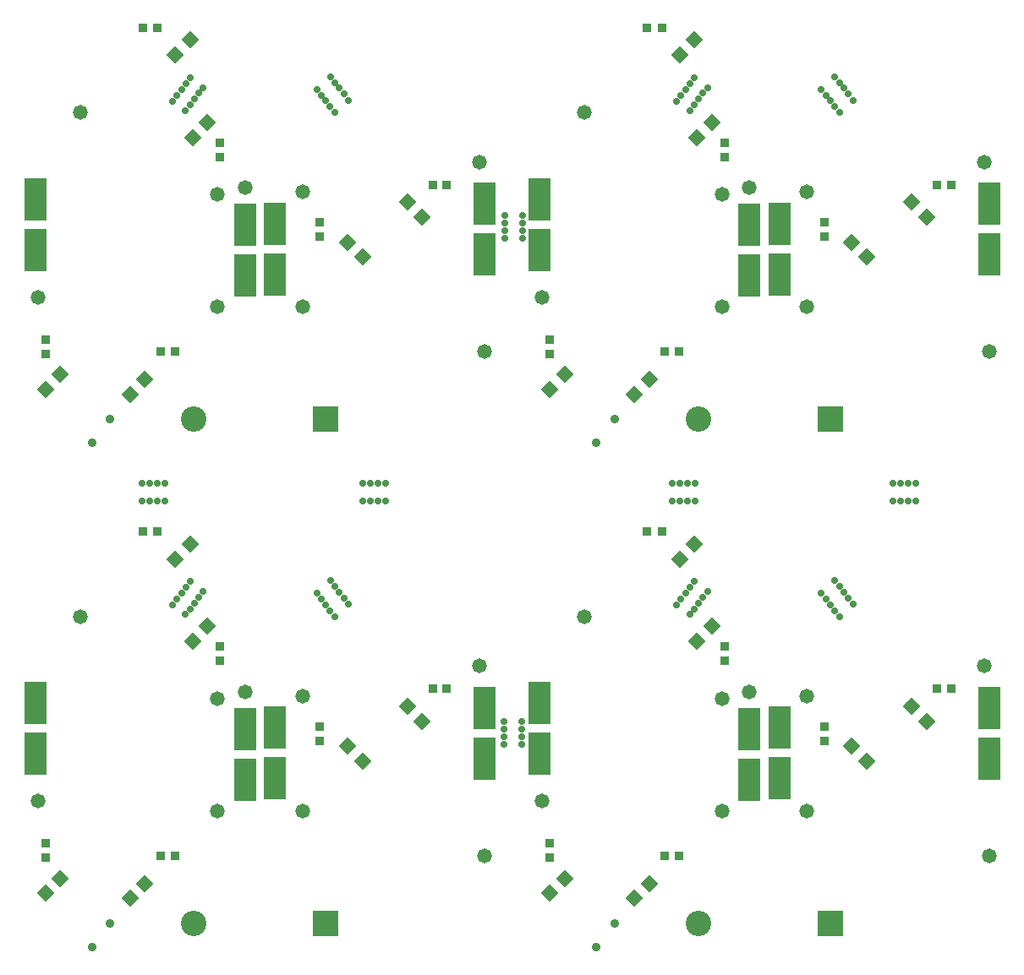
<source format=gbs>
%FSTAX23Y23*%
%MOIN*%
%SFA1B1*%

%IPPOS*%
%AMD15*
4,1,4,0.000000,0.033400,-0.033400,0.000000,0.000000,-0.033400,0.033400,0.000000,0.000000,0.033400,0.0*
%
%AMD16*
4,1,4,-0.033400,0.000000,0.000000,-0.033400,0.033400,0.000000,0.000000,0.033400,-0.033400,0.000000,0.0*
%
%ADD13R,0.037880X0.036810*%
G04~CAMADD=15~10~0.0~472.4~0.0~0.0~0.0~0.0~0~0.0~0.0~0.0~0.0~0~0.0~0.0~0.0~0.0~0~0.0~0.0~0.0~405.0~472.4~0.0*
%ADD15D15*%
G04~CAMADD=16~10~0.0~472.4~0.0~0.0~0.0~0.0~0~0.0~0.0~0.0~0.0~0~0.0~0.0~0.0~0.0~0~0.0~0.0~0.0~135.0~472.4~0.0*
%ADD16D16*%
%ADD17R,0.036810X0.037880*%
%ADD23C,0.035430*%
%ADD28R,0.086740X0.165480*%
%ADD29C,0.027690*%
%ADD30C,0.100520*%
%ADD31R,0.100520X0.100520*%
%ADD32C,0.058000*%
%LNpcb_panel_v3-1*%
%LPD*%
G54D13*
X01098Y01551D03*
Y01494D03*
X02181Y02012D03*
Y01956D03*
X01787Y02271D03*
Y02327D03*
X03086Y01551D03*
Y01494D03*
X04169Y02012D03*
Y01956D03*
X03775Y02271D03*
Y02327D03*
X01098Y03539D03*
Y03483D03*
X02181Y04D03*
Y03944D03*
X01787Y04259D03*
Y04315D03*
X03086Y03539D03*
Y03483D03*
X04169Y04D03*
Y03944D03*
X03775Y04259D03*
Y04315D03*
G54D15*
X02525Y02092D03*
X02584Y02033D03*
X02289Y01934D03*
X02348Y01876D03*
X04514Y02092D03*
X04572Y02033D03*
X04277Y01934D03*
X04336Y01876D03*
X02525Y0408D03*
X02584Y04021D03*
X02289Y03922D03*
X02348Y03864D03*
X04514Y0408D03*
X04572Y04021D03*
X04277Y03922D03*
X04336Y03864D03*
G54D16*
X01433Y01334D03*
X01491Y01393D03*
X01099Y01354D03*
X01157Y01413D03*
X01669Y02731D03*
X0161Y02673D03*
X01679Y02348D03*
X01737Y02407D03*
X03421Y01334D03*
X0348Y01393D03*
X03087Y01354D03*
X03145Y01413D03*
X03657Y02731D03*
X03598Y02673D03*
X03667Y02348D03*
X03726Y02407D03*
X01433Y03323D03*
X01491Y03381D03*
X01099Y03343D03*
X01157Y03401D03*
X01669Y0472D03*
X0161Y04661D03*
X01679Y04336D03*
X01737Y04395D03*
X03421Y03323D03*
X0348Y03381D03*
X03087Y03343D03*
X03145Y03401D03*
X03657Y0472D03*
X03598Y04661D03*
X03667Y04336D03*
X03726Y04395D03*
G54D17*
X01608Y01501D03*
X01552D03*
X01483Y02781D03*
X01539D03*
X02681Y02161D03*
X02625D03*
X03597Y01501D03*
X0354D03*
X03471Y02781D03*
X03528D03*
X04669Y02161D03*
X04613D03*
X01608Y0349D03*
X01552D03*
X01483Y04769D03*
X01539D03*
X02681Y04149D03*
X02625D03*
X03597Y0349D03*
X0354D03*
X03471Y04769D03*
X03528D03*
X04669Y04149D03*
X04613D03*
G54D23*
X01354Y01236D03*
X01283Y01141D03*
X03342Y01236D03*
X03271Y01141D03*
X01354Y03224D03*
X01283Y0313D03*
X03342Y03224D03*
X03271Y0313D03*
G54D28*
X01059Y02105D03*
Y01905D03*
X0283Y02085D03*
Y01885D03*
X01885Y01803D03*
Y02003D03*
X02003Y01807D03*
Y02007D03*
X03047Y02105D03*
Y01905D03*
X04818Y02085D03*
Y01885D03*
X03874Y01803D03*
Y02003D03*
X03992Y01807D03*
Y02007D03*
X01059Y04093D03*
Y03893D03*
X0283Y04074D03*
Y03874D03*
X01885Y03792D03*
Y03992D03*
X02003Y03795D03*
Y03995D03*
X03047Y04093D03*
Y03893D03*
X04818Y04074D03*
Y03874D03*
X03874Y03792D03*
Y03992D03*
X03992Y03795D03*
Y03995D03*
G54D29*
X02906Y01943D03*
Y01973D03*
Y02003D03*
Y02033D03*
X02976D03*
Y01973D03*
Y01943D03*
Y02003D03*
X02979Y04028D03*
Y03998D03*
Y03968D03*
Y03938D03*
X02909D03*
Y03998D03*
Y04028D03*
Y03968D03*
X0453Y029D03*
X045D03*
X0447D03*
X0444D03*
Y0297D03*
X045D03*
X0453D03*
X0447D03*
X036D03*
X0366D03*
X0363D03*
X0357D03*
Y029D03*
X036D03*
X0363D03*
X0366D03*
X0235Y0297D03*
X0238D03*
X0241D03*
X0244D03*
Y029D03*
X0238D03*
X0235D03*
X0241D03*
X0154D03*
X0148D03*
X0151D03*
X0157D03*
Y0297D03*
X0154D03*
X0151D03*
X0148D03*
X02294Y02494D03*
X02276Y02518D03*
X02257Y02541D03*
X0224Y02564D03*
X02223Y02587D03*
X01721Y02545D03*
X01703Y02522D03*
X01686Y02499D03*
X01669Y02476D03*
X0165Y02454D03*
X02169Y02537D03*
X02187Y02514D03*
X02204Y02491D03*
X02221Y02468D03*
X0224Y02446D03*
X01598Y02491D03*
X01616Y02515D03*
X01635Y02538D03*
X01652Y02561D03*
X01669Y02584D03*
X04282Y02494D03*
X04264Y02518D03*
X04245Y02541D03*
X04228Y02564D03*
X04211Y02587D03*
X03709Y02545D03*
X03691Y02522D03*
X03674Y02499D03*
X03657Y02476D03*
X03638Y02454D03*
X04157Y02537D03*
X04175Y02514D03*
X04192Y02491D03*
X04209Y02468D03*
X04228Y02446D03*
X03586Y02491D03*
X03604Y02515D03*
X03623Y02538D03*
X0364Y02561D03*
X03657Y02584D03*
X02294Y04483D03*
X02276Y04507D03*
X02257Y0453D03*
X0224Y04553D03*
X02223Y04576D03*
X01721Y04533D03*
X01703Y0451D03*
X01686Y04487D03*
X01669Y04464D03*
X0165Y04442D03*
X02169Y04526D03*
X02187Y04503D03*
X02204Y0448D03*
X02221Y04457D03*
X0224Y04435D03*
X01598Y04479D03*
X01616Y04503D03*
X01635Y04526D03*
X01652Y04549D03*
X01669Y04572D03*
X04282Y04483D03*
X04264Y04507D03*
X04245Y0453D03*
X04228Y04553D03*
X04211Y04576D03*
X03709Y04533D03*
X03691Y0451D03*
X03674Y04487D03*
X03657Y04464D03*
X03638Y04442D03*
X04157Y04526D03*
X04175Y04503D03*
X04192Y0448D03*
X04209Y04457D03*
X04228Y04435D03*
X03586Y04479D03*
X03604Y04503D03*
X03623Y04526D03*
X0364Y04549D03*
X03657Y04572D03*
G54D30*
X01684Y01236D03*
X03673D03*
X01684Y03224D03*
X03673D03*
G54D31*
X02204Y01236D03*
X04193D03*
X02204Y03224D03*
X04193D03*
G54D32*
X01885Y02149D03*
X02112Y01679D03*
Y02131D03*
X01777Y01679D03*
Y02122D03*
X01236Y02446D03*
X01068Y01718D03*
X0283Y01501D03*
X02811Y0225D03*
X03874Y02149D03*
X041Y01679D03*
Y02131D03*
X03765Y01679D03*
Y02122D03*
X03224Y02446D03*
X03057Y01718D03*
X04818Y01501D03*
X04799Y0225D03*
X01885Y04137D03*
X02112Y03667D03*
Y0412D03*
X01777Y03667D03*
Y0411D03*
X01236Y04435D03*
X01068Y03706D03*
X0283Y0349D03*
X02811Y04238D03*
X03874Y04137D03*
X041Y03667D03*
Y0412D03*
X03765Y03667D03*
Y0411D03*
X03224Y04435D03*
X03057Y03706D03*
X04818Y0349D03*
X04799Y04238D03*
M02*
</source>
